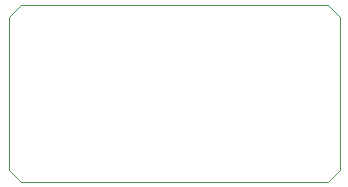
<source format=gbr>
%TF.GenerationSoftware,KiCad,Pcbnew,(6.0.6)*%
%TF.CreationDate,2022-08-21T18:20:13+02:00*%
%TF.ProjectId,fan_pcb,66616e5f-7063-4622-9e6b-696361645f70,rev?*%
%TF.SameCoordinates,Original*%
%TF.FileFunction,Profile,NP*%
%FSLAX46Y46*%
G04 Gerber Fmt 4.6, Leading zero omitted, Abs format (unit mm)*
G04 Created by KiCad (PCBNEW (6.0.6)) date 2022-08-21 18:20:13*
%MOMM*%
%LPD*%
G01*
G04 APERTURE LIST*
%TA.AperFunction,Profile*%
%ADD10C,0.100000*%
%TD*%
G04 APERTURE END LIST*
D10*
X21000000Y-35000000D02*
X20000000Y-34000000D01*
X48000000Y-34000000D02*
X47000000Y-35000000D01*
X47000000Y-20000000D02*
X48000000Y-21000000D01*
X21000000Y-20000000D02*
X20000000Y-21000000D01*
X21000000Y-35000000D02*
X47000000Y-35000000D01*
X20000000Y-21000000D02*
X20000000Y-34000000D01*
X48000000Y-21000000D02*
X48000000Y-34000000D01*
X21000000Y-20000000D02*
X47000000Y-20000000D01*
M02*

</source>
